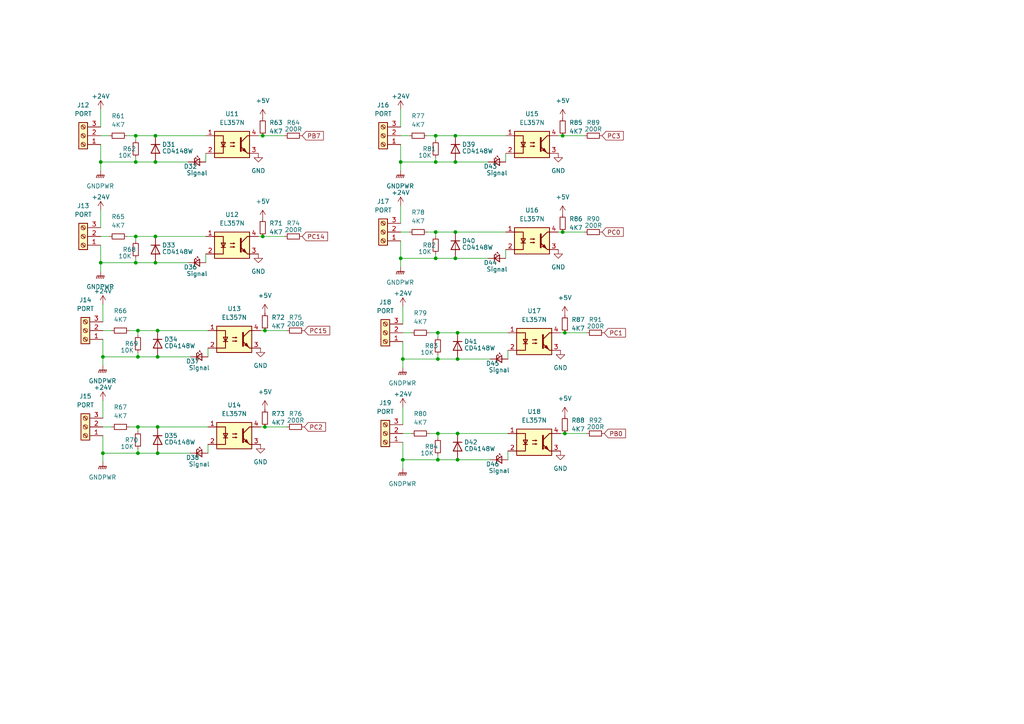
<source format=kicad_sch>
(kicad_sch (version 20211123) (generator eeschema)
  (paper "A4")
  (lib_symbols
    (symbol "Connector:Screw_Terminal_01x03" (pin_names (offset 1.016) hide)
      (property "Reference" "J" (at 0 5.08 0))
      (property "Value" "Screw_Terminal_01x03" (at 0 -5.08 0))
      (symbol "Screw_Terminal_01x03_1_1"
        (rectangle (start -1.27 3.81) (end 1.27 -3.81) (stroke (width 0.254)) (fill (type background)))
        (circle (center 0 -2.54) (radius 0.635) (stroke (width 0.1524)))
        (polyline (pts (xy -0.5334 -2.2098) (xy 0.3302 -3.048)) (stroke (width 0.1524)))
        (polyline (pts (xy -0.5334 0.3302) (xy 0.3302 -0.508)) (stroke (width 0.1524)))
        (polyline (pts (xy -0.5334 2.8702) (xy 0.3302 2.032)) (stroke (width 0.1524)))
        (polyline (pts (xy -0.3556 -2.032) (xy 0.508 -2.8702)) (stroke (width 0.1524)))
        (polyline (pts (xy -0.3556 0.508) (xy 0.508 -0.3302)) (stroke (width 0.1524)))
        (polyline (pts (xy -0.3556 3.048) (xy 0.508 2.2098)) (stroke (width 0.1524)))
        (circle (center 0 0) (radius 0.635) (stroke (width 0.1524)))
        (circle (center 0 2.54) (radius 0.635) (stroke (width 0.1524)))
        (pin passive line (at -5.08 2.54 0) (length 3.81) (name "Pin_1") (number "1"))
        (pin passive line (at -5.08 0 0) (length 3.81) (name "Pin_2") (number "2"))
        (pin passive line (at -5.08 -2.54 0) (length 3.81) (name "Pin_3") (number "3"))
      )
    )
    (symbol "Device:LED_Small" (pin_numbers hide) (pin_names (offset 0.254) hide)
      (property "Reference" "D" (at -1.27 3.175 0))
      (property "Value" "LED_Small" (at -4.445 -2.54 0))
      (symbol "LED_Small_0_1"
        (polyline (pts (xy -0.762 -1.016) (xy -0.762 1.016)) (stroke (width 0.254)))
        (polyline (pts (xy 1.016 0) (xy -0.762 0)))
        (polyline (pts (xy 0.762 -1.016) (xy -0.762 0) (xy 0.762 1.016) (xy 0.762 -1.016)) (stroke (width 0.254)))
        (polyline (pts (xy 0 0.762) (xy -0.508 1.27) (xy -0.254 1.27) (xy -0.508 1.27) (xy -0.508 1.016)))
        (polyline (pts (xy 0.508 1.27) (xy 0 1.778) (xy 0.254 1.778) (xy 0 1.778) (xy 0 1.524)))
      )
      (symbol "LED_Small_1_1"
        (pin passive line (at -2.54 0 0) (length 1.778) (name "K") (number "1"))
        (pin passive line (at 2.54 0 180) (length 1.778) (name "A") (number "2"))
      )
    )
    (symbol "Device:R_Small" (pin_numbers hide) (pin_names (offset 0.254) hide)
      (property "Reference" "R" (at 0.762 0.508 0))
      (property "Value" "R_Small" (at 0.762 -1.016 0))
      (symbol "R_Small_0_1"
        (rectangle (start -0.762 1.778) (end 0.762 -1.778) (stroke (width 0.2032)))
      )
      (symbol "R_Small_1_1"
        (pin passive line (at 0 2.54 270) (length 0.762) (name "~") (number "1"))
        (pin passive line (at 0 -2.54 90) (length 0.762) (name "~") (number "2"))
      )
    )
    (symbol "Diode:CD4148W" (pin_numbers hide) (pin_names (offset 1.016) hide)
      (property "Reference" "D" (at 0 2.54 0))
      (property "Value" "CD4148W" (at 0 -2.54 0))
      (symbol "CD4148W_0_1"
        (polyline (pts (xy -1.27 1.27) (xy -1.27 -1.27)) (stroke (width 0.254)))
        (polyline (pts (xy 1.27 0) (xy -1.27 0)))
        (polyline (pts (xy 1.27 1.27) (xy 1.27 -1.27) (xy -1.27 0) (xy 1.27 1.27)) (stroke (width 0.254)))
      )
      (symbol "CD4148W_1_1"
        (pin passive line (at -3.81 0 0) (length 2.54) (name "K") (number "1"))
        (pin passive line (at 3.81 0 180) (length 2.54) (name "A") (number "2"))
      )
    )
    (symbol "PolyuRobotics:EL357N"
      (property "Reference" "U" (at -3.81 5.08 0))
      (property "Value" "EL357N" (at 0 -5.08 0))
      (symbol "EL357N_0_1"
        (rectangle (start -5.08 3.81) (end 5.08 -3.81) (stroke (width 0.254)) (fill (type background)))
        (polyline (pts (xy -3.175 -0.635) (xy -1.905 -0.635)) (stroke (width 0.254)))
        (polyline (pts (xy 2.54 1.905) (xy 2.54 -1.905) (xy 2.54 -1.905)) (stroke (width 0.508)))
        (polyline (pts (xy 5.08 -2.54) (xy 4.445 -2.54) (xy 2.54 -0.635)) (stroke (width 0.254)))
        (polyline (pts (xy 5.08 2.54) (xy 4.445 2.54) (xy 2.54 0.635)) (stroke (width 0.254)))
        (polyline (pts (xy -5.08 -2.54) (xy -2.54 -2.54) (xy -2.54 2.54) (xy -5.08 2.54)) (stroke (width 0.254)))
        (polyline (pts (xy -2.54 -0.635) (xy -3.175 0.635) (xy -1.905 0.635) (xy -2.54 -0.635)) (stroke (width 0.254)))
        (polyline (pts (xy -0.508 -0.508) (xy 0.762 -0.508) (xy 0.381 -0.635) (xy 0.381 -0.381) (xy 0.762 -0.508)) (stroke (width 0.254)))
        (polyline (pts (xy -0.508 0.508) (xy 0.762 0.508) (xy 0.381 0.381) (xy 0.381 0.635) (xy 0.762 0.508)) (stroke (width 0.254)))
        (polyline (pts (xy 3.048 -1.651) (xy 3.556 -1.143) (xy 4.064 -2.159) (xy 3.048 -1.651) (xy 3.048 -1.651)) (stroke (width 0.254)) (fill (type outline)))
      )
      (symbol "EL357N_1_1"
        (pin passive line (at -7.62 2.54 0) (length 2.54) (name "~") (number "1"))
        (pin passive line (at -7.62 -2.54 0) (length 2.54) (name "~") (number "2"))
        (pin passive line (at 7.62 -2.54 180) (length 2.54) (name "~") (number "3"))
        (pin passive line (at 7.62 2.54 180) (length 2.54) (name "~") (number "4"))
      )
    )
    (symbol "power:+24V" (power) (pin_names (offset 0))
      (property "Value" "+24V" (at 0 3.556 0))
      (symbol "+24V_0_1"
        (polyline (pts (xy -0.762 1.27) (xy 0 2.54)))
        (polyline (pts (xy 0 0) (xy 0 2.54)))
        (polyline (pts (xy 0 2.54) (xy 0.762 1.27)))
      )
      (symbol "+24V_1_1"
        (pin power_in line (at 0 0 90) (length 0) hide (name "+24V") (number "1"))
      )
    )
    (symbol "power:+5V" (power) (pin_names (offset 0))
      (property "Value" "+5V" (at 0 3.556 0))
      (symbol "+5V_0_1"
        (polyline (pts (xy -0.762 1.27) (xy 0 2.54)))
        (polyline (pts (xy 0 0) (xy 0 2.54)))
        (polyline (pts (xy 0 2.54) (xy 0.762 1.27)))
      )
      (symbol "+5V_1_1"
        (pin power_in line (at 0 0 90) (length 0) hide (name "+5V") (number "1"))
      )
    )
    (symbol "power:GND" (power) (pin_names (offset 0))
      (property "Value" "GND" (at 0 -3.81 0))
      (symbol "GND_0_1"
        (polyline (pts (xy 0 0) (xy 0 -1.27) (xy 1.27 -1.27) (xy 0 -2.54) (xy -1.27 -1.27) (xy 0 -1.27)))
      )
      (symbol "GND_1_1"
        (pin power_in line (at 0 0 270) (length 0) hide (name "GND") (number "1"))
      )
    )
    (symbol "power:GNDPWR" (power) (pin_names (offset 0))
      (property "Value" "GNDPWR" (at 0 -3.302 0))
      (symbol "GNDPWR_0_1"
        (polyline (pts (xy 0 -1.27) (xy 0 0)))
        (polyline (pts (xy -1.016 -1.27) (xy -1.27 -2.032) (xy -1.27 -2.032)) (stroke (width 0.2032)))
        (polyline (pts (xy -0.508 -1.27) (xy -0.762 -2.032) (xy -0.762 -2.032)) (stroke (width 0.2032)))
        (polyline (pts (xy 0 -1.27) (xy -0.254 -2.032) (xy -0.254 -2.032)) (stroke (width 0.2032)))
        (polyline (pts (xy 0.508 -1.27) (xy 0.254 -2.032) (xy 0.254 -2.032)) (stroke (width 0.2032)))
        (polyline (pts (xy 1.016 -1.27) (xy -1.016 -1.27) (xy -1.016 -1.27)) (stroke (width 0.2032)))
        (polyline (pts (xy 1.016 -1.27) (xy 0.762 -2.032) (xy 0.762 -2.032) (xy 0.762 -2.032)) (stroke (width 0.2032)))
      )
      (symbol "GNDPWR_1_1"
        (pin power_in line (at 0 0 270) (length 0) hide (name "GNDPWR") (number "1"))
      )
    )
  )
  (junction (at 40.005 123.825))
  (junction (at 116.205 74.93))
  (junction (at 45.085 39.37))
  (junction (at 132.08 39.37))
  (junction (at 116.84 104.14))
  (junction (at 163.83 125.73))
  (junction (at 126.365 67.31))
  (junction (at 76.2 39.37))
  (junction (at 132.08 74.93))
  (junction (at 126.365 39.37))
  (junction (at 45.085 68.58))
  (junction (at 126.365 46.99))
  (junction (at 127 104.14))
  (junction (at 39.37 46.99))
  (junction (at 127 125.73))
  (junction (at 45.72 131.445))
  (junction (at 127 96.52))
  (junction (at 76.2 68.58))
  (junction (at 40.005 131.445))
  (junction (at 116.84 133.35))
  (junction (at 45.72 95.885))
  (junction (at 39.37 39.37))
  (junction (at 132.715 133.35))
  (junction (at 39.37 68.58))
  (junction (at 29.845 131.445))
  (junction (at 126.365 74.93))
  (junction (at 39.37 76.2))
  (junction (at 116.205 46.99))
  (junction (at 76.835 95.885))
  (junction (at 29.21 46.99))
  (junction (at 127 133.35))
  (junction (at 45.72 103.505))
  (junction (at 45.72 123.825))
  (junction (at 132.715 104.14))
  (junction (at 40.005 95.885))
  (junction (at 132.08 67.31))
  (junction (at 132.715 125.73))
  (junction (at 45.085 76.2))
  (junction (at 132.715 96.52))
  (junction (at 163.83 96.52))
  (junction (at 132.08 46.99))
  (junction (at 76.835 123.825))
  (junction (at 163.195 39.37))
  (junction (at 29.845 103.505))
  (junction (at 29.21 76.2))
  (junction (at 45.085 46.99))
  (junction (at 40.005 103.505))
  (junction (at 163.195 67.31))
  (wire (pts (xy 126.365 74.93) (xy 132.08 74.93)))
  (wire (pts (xy 163.83 96.52) (xy 170.18 96.52)))
  (wire (pts (xy 45.085 76.2) (xy 54.61 76.2)))
  (wire (pts (xy 29.845 126.365) (xy 29.845 131.445)))
  (wire (pts (xy 127 132.08) (xy 127 133.35)))
  (wire (pts (xy 76.835 95.885) (xy 83.185 95.885)))
  (wire (pts (xy 116.205 31.75) (xy 116.205 36.83)))
  (wire (pts (xy 75.565 123.825) (xy 76.835 123.825)))
  (wire (pts (xy 161.925 67.31) (xy 163.195 67.31)))
  (wire (pts (xy 147.32 133.35) (xy 147.32 130.81)))
  (wire (pts (xy 74.93 68.58) (xy 76.2 68.58)))
  (wire (pts (xy 60.325 123.825) (xy 45.72 123.825)))
  (wire (pts (xy 116.205 46.99) (xy 116.205 49.53)))
  (wire (pts (xy 116.84 133.35) (xy 116.84 135.89)))
  (wire (pts (xy 163.195 67.31) (xy 169.545 67.31)))
  (wire (pts (xy 29.845 116.205) (xy 29.845 121.285)))
  (wire (pts (xy 29.21 60.96) (xy 29.21 66.04)))
  (wire (pts (xy 39.37 74.93) (xy 39.37 76.2)))
  (wire (pts (xy 45.72 131.445) (xy 55.245 131.445)))
  (wire (pts (xy 116.84 118.11) (xy 116.84 123.19)))
  (wire (pts (xy 74.93 39.37) (xy 76.2 39.37)))
  (wire (pts (xy 29.21 68.58) (xy 31.75 68.58)))
  (wire (pts (xy 127 127) (xy 127 125.73)))
  (wire (pts (xy 29.845 123.825) (xy 32.385 123.825)))
  (wire (pts (xy 29.845 103.505) (xy 29.845 106.045)))
  (wire (pts (xy 76.2 39.37) (xy 82.55 39.37)))
  (wire (pts (xy 163.83 125.73) (xy 170.18 125.73)))
  (wire (pts (xy 39.37 46.99) (xy 45.085 46.99)))
  (wire (pts (xy 29.845 131.445) (xy 29.845 133.985)))
  (wire (pts (xy 37.465 123.825) (xy 40.005 123.825)))
  (wire (pts (xy 126.365 40.64) (xy 126.365 39.37)))
  (wire (pts (xy 59.69 68.58) (xy 45.085 68.58)))
  (wire (pts (xy 29.845 103.505) (xy 40.005 103.505)))
  (wire (pts (xy 60.325 95.885) (xy 45.72 95.885)))
  (wire (pts (xy 116.84 125.73) (xy 119.38 125.73)))
  (wire (pts (xy 116.205 74.93) (xy 116.205 77.47)))
  (wire (pts (xy 59.69 46.99) (xy 59.69 44.45)))
  (wire (pts (xy 59.69 76.2) (xy 59.69 73.66)))
  (wire (pts (xy 132.715 133.35) (xy 142.24 133.35)))
  (wire (pts (xy 29.21 76.2) (xy 39.37 76.2)))
  (wire (pts (xy 45.72 95.885) (xy 40.005 95.885)))
  (wire (pts (xy 59.69 39.37) (xy 45.085 39.37)))
  (wire (pts (xy 147.32 96.52) (xy 132.715 96.52)))
  (wire (pts (xy 40.005 97.155) (xy 40.005 95.885)))
  (wire (pts (xy 29.845 98.425) (xy 29.845 103.505)))
  (wire (pts (xy 29.21 39.37) (xy 31.75 39.37)))
  (wire (pts (xy 45.72 103.505) (xy 55.245 103.505)))
  (wire (pts (xy 29.845 88.265) (xy 29.845 93.345)))
  (wire (pts (xy 29.21 41.91) (xy 29.21 46.99)))
  (wire (pts (xy 161.925 39.37) (xy 163.195 39.37)))
  (wire (pts (xy 116.205 67.31) (xy 118.745 67.31)))
  (wire (pts (xy 127 97.79) (xy 127 96.52)))
  (wire (pts (xy 116.84 104.14) (xy 127 104.14)))
  (wire (pts (xy 29.21 76.2) (xy 29.21 78.74)))
  (wire (pts (xy 60.325 131.445) (xy 60.325 128.905)))
  (wire (pts (xy 29.21 71.12) (xy 29.21 76.2)))
  (wire (pts (xy 147.32 125.73) (xy 132.715 125.73)))
  (wire (pts (xy 116.205 41.91) (xy 116.205 46.99)))
  (wire (pts (xy 116.205 39.37) (xy 118.745 39.37)))
  (wire (pts (xy 146.685 39.37) (xy 132.08 39.37)))
  (wire (pts (xy 163.195 39.37) (xy 169.545 39.37)))
  (wire (pts (xy 127 102.87) (xy 127 104.14)))
  (wire (pts (xy 76.2 68.58) (xy 82.55 68.58)))
  (wire (pts (xy 39.37 76.2) (xy 45.085 76.2)))
  (wire (pts (xy 45.085 39.37) (xy 39.37 39.37)))
  (wire (pts (xy 45.085 68.58) (xy 39.37 68.58)))
  (wire (pts (xy 116.84 128.27) (xy 116.84 133.35)))
  (wire (pts (xy 146.685 67.31) (xy 132.08 67.31)))
  (wire (pts (xy 127 133.35) (xy 132.715 133.35)))
  (wire (pts (xy 127 104.14) (xy 132.715 104.14)))
  (wire (pts (xy 45.72 123.825) (xy 40.005 123.825)))
  (wire (pts (xy 40.005 103.505) (xy 45.72 103.505)))
  (wire (pts (xy 132.08 67.31) (xy 126.365 67.31)))
  (wire (pts (xy 116.84 88.9) (xy 116.84 93.98)))
  (wire (pts (xy 123.825 39.37) (xy 126.365 39.37)))
  (wire (pts (xy 124.46 125.73) (xy 127 125.73)))
  (wire (pts (xy 123.825 67.31) (xy 126.365 67.31)))
  (wire (pts (xy 116.84 104.14) (xy 116.84 106.68)))
  (wire (pts (xy 132.715 96.52) (xy 127 96.52)))
  (wire (pts (xy 39.37 40.64) (xy 39.37 39.37)))
  (wire (pts (xy 116.205 69.85) (xy 116.205 74.93)))
  (wire (pts (xy 116.205 46.99) (xy 126.365 46.99)))
  (wire (pts (xy 29.21 46.99) (xy 39.37 46.99)))
  (wire (pts (xy 29.21 31.75) (xy 29.21 36.83)))
  (wire (pts (xy 116.205 74.93) (xy 126.365 74.93)))
  (wire (pts (xy 162.56 125.73) (xy 163.83 125.73)))
  (wire (pts (xy 146.685 74.93) (xy 146.685 72.39)))
  (wire (pts (xy 40.005 125.095) (xy 40.005 123.825)))
  (wire (pts (xy 146.685 46.99) (xy 146.685 44.45)))
  (wire (pts (xy 116.84 99.06) (xy 116.84 104.14)))
  (wire (pts (xy 147.32 104.14) (xy 147.32 101.6)))
  (wire (pts (xy 132.715 104.14) (xy 142.24 104.14)))
  (wire (pts (xy 76.835 123.825) (xy 83.185 123.825)))
  (wire (pts (xy 132.08 74.93) (xy 141.605 74.93)))
  (wire (pts (xy 40.005 102.235) (xy 40.005 103.505)))
  (wire (pts (xy 132.715 125.73) (xy 127 125.73)))
  (wire (pts (xy 126.365 73.66) (xy 126.365 74.93)))
  (wire (pts (xy 60.325 103.505) (xy 60.325 100.965)))
  (wire (pts (xy 116.84 96.52) (xy 119.38 96.52)))
  (wire (pts (xy 29.845 131.445) (xy 40.005 131.445)))
  (wire (pts (xy 36.83 68.58) (xy 39.37 68.58)))
  (wire (pts (xy 126.365 46.99) (xy 132.08 46.99)))
  (wire (pts (xy 116.84 133.35) (xy 127 133.35)))
  (wire (pts (xy 39.37 69.85) (xy 39.37 68.58)))
  (wire (pts (xy 40.005 130.175) (xy 40.005 131.445)))
  (wire (pts (xy 75.565 95.885) (xy 76.835 95.885)))
  (wire (pts (xy 162.56 96.52) (xy 163.83 96.52)))
  (wire (pts (xy 39.37 45.72) (xy 39.37 46.99)))
  (wire (pts (xy 116.205 59.69) (xy 116.205 64.77)))
  (wire (pts (xy 126.365 45.72) (xy 126.365 46.99)))
  (wire (pts (xy 40.005 131.445) (xy 45.72 131.445)))
  (wire (pts (xy 45.085 46.99) (xy 54.61 46.99)))
  (wire (pts (xy 132.08 46.99) (xy 141.605 46.99)))
  (wire (pts (xy 126.365 68.58) (xy 126.365 67.31)))
  (wire (pts (xy 37.465 95.885) (xy 40.005 95.885)))
  (wire (pts (xy 29.21 46.99) (xy 29.21 49.53)))
  (wire (pts (xy 29.845 95.885) (xy 32.385 95.885)))
  (wire (pts (xy 132.08 39.37) (xy 126.365 39.37)))
  (wire (pts (xy 124.46 96.52) (xy 127 96.52)))
  (wire (pts (xy 36.83 39.37) (xy 39.37 39.37)))
  (global_label "PC3" (shape input) (at 174.625 39.37 0) (property "Intersheet References" "${INTERSHEET_REFS}" (effects hide)))
  (global_label "PB0" (shape input) (at 175.26 125.73 0) (property "Intersheet References" "${INTERSHEET_REFS}" (effects hide)))
  (global_label "PC1" (shape input) (at 175.26 96.52 0) (property "Intersheet References" "${INTERSHEET_REFS}" (effects hide)))
  (global_label "PC0" (shape input) (at 174.625 67.31 0) (property "Intersheet References" "${INTERSHEET_REFS}" (effects hide)))
  (global_label "PC15" (shape input) (at 88.265 95.885 0) (property "Intersheet References" "${INTERSHEET_REFS}" (effects hide)))
  (global_label "PB7" (shape input) (at 87.63 39.37 0) (property "Intersheet References" "${INTERSHEET_REFS}" (effects hide)))
  (global_label "PC2" (shape input) (at 88.265 123.825 0) (property "Intersheet References" "${INTERSHEET_REFS}" (effects hide)))
  (global_label "PC14" (shape input) (at 87.63 68.58 0) (property "Intersheet References" "${INTERSHEET_REFS}" (effects hide)))
  (symbol (lib_id "Device:R_Small") (at 85.09 39.37 90) (unit 1)
    (property "Reference" "R64" (at 85.09 35.56 90))
    (property "Value" "200R" (at 85.09 37.465 90))
    (property "Footprint" "Resistor_SMD:R_0805_2012Metric_Pad1.20x1.40mm_HandSolder" (effects hide))
  )
  (symbol (lib_id "power:+24V") (at 29.21 31.75 0) (unit 1)
    (property "Reference" "#PWR0154" (effects hide))
    (property "Value" "+24V" (at 29.21 27.94 0))
  )
  (symbol (lib_id "power:+5V") (at 163.195 34.29 0) (unit 1)
    (property "Reference" "#PWR0177" (effects hide))
    (property "Value" "+5V" (at 163.195 29.21 0))
  )
  (symbol (lib_id "power:+5V") (at 163.195 62.23 0) (unit 1)
    (property "Reference" "#PWR0176" (effects hide))
    (property "Value" "+5V" (at 163.195 57.15 0))
  )
  (symbol (lib_id "Device:LED_Small") (at 57.785 131.445 0) (unit 1)
    (property "Reference" "D38" (at 55.88 132.715 0))
    (property "Value" "Signal" (at 57.785 134.62 0))
    (property "Footprint" "LED_SMD:LED_0805_2012Metric_Pad1.15x1.40mm_HandSolder" (effects hide))
  )
  (symbol (lib_id "Diode:CD4148W") (at 45.085 43.18 270) (unit 1)
    (property "Reference" "D31" (at 46.99 41.91 90) (effects (justify left)))
    (property "Value" "CD4148W" (at 46.99 43.815 90) (effects (justify left)))
    (property "Footprint" "Diode_SMD:D_1206_3216Metric" (effects hide))
    (property "Datasheet" "https://www.dccomponents.com/upload/product/original/806236332588.pdf" (effects hide))
  )
  (symbol (lib_id "Connector:Screw_Terminal_01x03") (at 111.125 39.37 180) (unit 1)
    (property "Reference" "J16" (at 111.125 30.48 0))
    (property "Value" "PORT" (at 111.125 33.02 0))
    (property "Footprint" "TerminalBlock_Phoenix:TerminalBlock_Phoenix_PT-1,5-3-3.5-H_1x03_P3.50mm_Horizontal" (effects hide))
  )
  (symbol (lib_id "Device:R_Small") (at 40.005 127.635 0) (unit 1)
    (property "Reference" "R70" (at 36.195 127.635 0) (effects (justify left)))
    (property "Value" "10K" (at 34.925 129.54 0) (effects (justify left)))
    (property "Footprint" "Resistor_SMD:R_0805_2012Metric_Pad1.20x1.40mm_HandSolder" (effects hide))
  )
  (symbol (lib_id "Device:R_Small") (at 172.085 67.31 90) (unit 1)
    (property "Reference" "R90" (at 172.085 63.5 90))
    (property "Value" "200R" (at 172.085 65.405 90))
    (property "Footprint" "Resistor_SMD:R_0805_2012Metric_Pad1.20x1.40mm_HandSolder" (effects hide))
  )
  (symbol (lib_id "power:GND") (at 75.565 128.905 0) (unit 1)
    (property "Reference" "#PWR0171" (effects hide))
    (property "Value" "~" (at 75.565 133.985 0))
  )
  (symbol (lib_id "Connector:Screw_Terminal_01x03") (at 24.13 68.58 180) (unit 1)
    (property "Reference" "J13" (at 24.13 59.69 0))
    (property "Value" "PORT" (at 24.13 62.23 0))
    (property "Footprint" "TerminalBlock_Phoenix:TerminalBlock_Phoenix_PT-1,5-3-3.5-H_1x03_P3.50mm_Horizontal" (effects hide))
  )
  (symbol (lib_id "Device:R_Small") (at 163.195 36.83 0) (unit 1)
    (property "Reference" "R85" (at 165.1 35.5599 0) (effects (justify left)))
    (property "Value" "4K7" (at 165.1 38.0999 0) (effects (justify left)))
    (property "Footprint" "Resistor_SMD:R_0805_2012Metric_Pad1.20x1.40mm_HandSolder" (effects hide))
  )
  (symbol (lib_id "Connector:Screw_Terminal_01x03") (at 24.13 39.37 180) (unit 1)
    (property "Reference" "J12" (at 24.13 30.48 0))
    (property "Value" "PORT" (at 24.13 33.02 0))
    (property "Footprint" "TerminalBlock_Phoenix:TerminalBlock_Phoenix_PT-1,5-3-3.5-H_1x03_P3.50mm_Horizontal" (effects hide))
  )
  (symbol (lib_id "Device:R_Small") (at 76.835 121.285 0) (unit 1)
    (property "Reference" "R73" (at 78.74 120.0149 0) (effects (justify left)))
    (property "Value" "4K7" (at 78.74 122.5549 0) (effects (justify left)))
    (property "Footprint" "Resistor_SMD:R_0805_2012Metric_Pad1.20x1.40mm_HandSolder" (effects hide))
  )
  (symbol (lib_id "Device:R_Small") (at 163.195 64.77 0) (unit 1)
    (property "Reference" "R86" (at 165.1 63.4999 0) (effects (justify left)))
    (property "Value" "4K7" (at 165.1 66.0399 0) (effects (justify left)))
    (property "Footprint" "Resistor_SMD:R_0805_2012Metric_Pad1.20x1.40mm_HandSolder" (effects hide))
  )
  (symbol (lib_id "Connector:Screw_Terminal_01x03") (at 111.76 96.52 180) (unit 1)
    (property "Reference" "J18" (at 111.76 87.63 0))
    (property "Value" "PORT" (at 111.76 90.17 0))
    (property "Footprint" "TerminalBlock_Phoenix:TerminalBlock_Phoenix_PT-1,5-3-3.5-H_1x03_P3.50mm_Horizontal" (effects hide))
  )
  (symbol (lib_id "power:+5V") (at 76.835 90.805 0) (unit 1)
    (property "Reference" "#PWR0162" (effects hide))
    (property "Value" "+5V" (at 76.835 85.725 0))
  )
  (symbol (lib_id "Device:R_Small") (at 34.925 123.825 90) (unit 1)
    (property "Reference" "R67" (at 34.925 118.11 90))
    (property "Value" "4K7" (at 34.925 120.65 90))
    (property "Footprint" "Resistor_SMD:R_0805_2012Metric_Pad1.20x1.40mm_HandSolder" (effects hide))
  )
  (symbol (lib_id "power:GND") (at 162.56 130.81 0) (unit 1)
    (property "Reference" "#PWR0180" (effects hide))
    (property "Value" "~" (at 162.56 135.89 0))
  )
  (symbol (lib_id "Diode:CD4148W") (at 132.08 43.18 270) (unit 1)
    (property "Reference" "D39" (at 133.985 41.91 90) (effects (justify left)))
    (property "Value" "CD4148W" (at 133.985 43.815 90) (effects (justify left)))
    (property "Footprint" "Diode_SMD:D_1206_3216Metric" (effects hide))
    (property "Datasheet" "https://www.dccomponents.com/upload/product/original/806236332588.pdf" (effects hide))
  )
  (symbol (lib_id "Device:R_Small") (at 172.72 96.52 90) (unit 1)
    (property "Reference" "R91" (at 172.72 92.71 90))
    (property "Value" "200R" (at 172.72 94.615 90))
    (property "Footprint" "Resistor_SMD:R_0805_2012Metric_Pad1.20x1.40mm_HandSolder" (effects hide))
  )
  (symbol (lib_id "power:GND") (at 161.925 72.39 0) (unit 1)
    (property "Reference" "#PWR0179" (effects hide))
    (property "Value" "~" (at 161.925 77.47 0))
  )
  (symbol (lib_id "Device:LED_Small") (at 57.15 46.99 0) (unit 1)
    (property "Reference" "D32" (at 55.245 48.26 0))
    (property "Value" "Signal" (at 57.15 50.165 0))
    (property "Footprint" "LED_SMD:LED_0805_2012Metric_Pad1.15x1.40mm_HandSolder" (effects hide))
  )
  (symbol (lib_id "Device:R_Small") (at 121.285 67.31 90) (unit 1)
    (property "Reference" "R78" (at 121.285 61.595 90))
    (property "Value" "4K7" (at 121.285 64.135 90))
    (property "Footprint" "Resistor_SMD:R_0805_2012Metric_Pad1.20x1.40mm_HandSolder" (effects hide))
  )
  (symbol (lib_id "Diode:CD4148W") (at 132.715 100.33 270) (unit 1)
    (property "Reference" "D41" (at 134.62 99.06 90) (effects (justify left)))
    (property "Value" "CD4148W" (at 134.62 100.965 90) (effects (justify left)))
    (property "Footprint" "Diode_SMD:D_1206_3216Metric" (effects hide))
    (property "Datasheet" "https://www.dccomponents.com/upload/product/original/806236332588.pdf" (effects hide))
  )
  (symbol (lib_id "Device:R_Small") (at 163.83 93.98 0) (unit 1)
    (property "Reference" "R87" (at 165.735 92.7099 0) (effects (justify left)))
    (property "Value" "4K7" (at 165.735 95.2499 0) (effects (justify left)))
    (property "Footprint" "Resistor_SMD:R_0805_2012Metric_Pad1.20x1.40mm_HandSolder" (effects hide))
  )
  (symbol (lib_id "power:GND") (at 74.93 44.45 0) (unit 1)
    (property "Reference" "#PWR0153" (effects hide))
    (property "Value" "~" (at 74.93 49.53 0))
  )
  (symbol (lib_id "Device:R_Small") (at 172.72 125.73 90) (unit 1)
    (property "Reference" "R92" (at 172.72 121.92 90))
    (property "Value" "200R" (at 172.72 123.825 90))
    (property "Footprint" "Resistor_SMD:R_0805_2012Metric_Pad1.20x1.40mm_HandSolder" (effects hide))
  )
  (symbol (lib_id "Device:R_Small") (at 39.37 72.39 0) (unit 1)
    (property "Reference" "R68" (at 35.56 72.39 0) (effects (justify left)))
    (property "Value" "10K" (at 34.29 74.295 0) (effects (justify left)))
    (property "Footprint" "Resistor_SMD:R_0805_2012Metric_Pad1.20x1.40mm_HandSolder" (effects hide))
  )
  (symbol (lib_id "power:GND") (at 75.565 100.965 0) (unit 1)
    (property "Reference" "#PWR0175" (effects hide))
    (property "Value" "~" (at 75.565 106.045 0))
  )
  (symbol (lib_id "power:GNDPWR") (at 29.21 49.53 0) (unit 1)
    (property "Reference" "#PWR0155" (effects hide))
    (property "Value" "~" (at 29.083 53.975 0))
  )
  (symbol (lib_id "Device:R_Small") (at 127 100.33 0) (unit 1)
    (property "Reference" "R83" (at 123.19 100.33 0) (effects (justify left)))
    (property "Value" "10K" (at 121.92 102.235 0) (effects (justify left)))
    (property "Footprint" "Resistor_SMD:R_0805_2012Metric_Pad1.20x1.40mm_HandSolder" (effects hide))
  )
  (symbol (lib_id "Device:R_Small") (at 76.2 36.83 0) (unit 1)
    (property "Reference" "R63" (at 78.105 35.5599 0) (effects (justify left)))
    (property "Value" "4K7" (at 78.105 38.0999 0) (effects (justify left)))
    (property "Footprint" "Resistor_SMD:R_0805_2012Metric_Pad1.20x1.40mm_HandSolder" (effects hide))
  )
  (symbol (lib_id "Diode:CD4148W") (at 132.08 71.12 270) (unit 1)
    (property "Reference" "D40" (at 133.985 69.85 90) (effects (justify left)))
    (property "Value" "CD4148W" (at 133.985 71.755 90) (effects (justify left)))
    (property "Footprint" "Diode_SMD:D_1206_3216Metric" (effects hide))
    (property "Datasheet" "https://www.dccomponents.com/upload/product/original/806236332588.pdf" (effects hide))
  )
  (symbol (lib_id "Device:LED_Small") (at 144.78 133.35 0) (unit 1)
    (property "Reference" "D46" (at 142.875 134.62 0))
    (property "Value" "Signal" (at 144.78 136.525 0))
    (property "Footprint" "LED_SMD:LED_0805_2012Metric_Pad1.15x1.40mm_HandSolder" (effects hide))
  )
  (symbol (lib_id "Device:LED_Small") (at 144.145 46.99 0) (unit 1)
    (property "Reference" "D43" (at 142.24 48.26 0))
    (property "Value" "Signal" (at 144.145 50.165 0))
    (property "Footprint" "LED_SMD:LED_0805_2012Metric_Pad1.15x1.40mm_HandSolder" (effects hide))
  )
  (symbol (lib_id "Device:R_Small") (at 39.37 43.18 0) (unit 1)
    (property "Reference" "R62" (at 35.56 43.18 0) (effects (justify left)))
    (property "Value" "10K" (at 34.29 45.085 0) (effects (justify left)))
    (property "Footprint" "Resistor_SMD:R_0805_2012Metric_Pad1.20x1.40mm_HandSolder" (effects hide))
  )
  (symbol (lib_id "Device:LED_Small") (at 57.15 76.2 0) (unit 1)
    (property "Reference" "D36" (at 55.245 77.47 0))
    (property "Value" "Signal" (at 57.15 79.375 0))
    (property "Footprint" "LED_SMD:LED_0805_2012Metric_Pad1.15x1.40mm_HandSolder" (effects hide))
  )
  (symbol (lib_id "power:GND") (at 74.93 73.66 0) (unit 1)
    (property "Reference" "#PWR0163" (effects hide))
    (property "Value" "~" (at 74.93 78.74 0))
  )
  (symbol (lib_id "PolyuRobotics:EL357N") (at 67.31 41.91 0) (unit 1)
    (property "Reference" "U11" (at 67.31 33.02 0))
    (property "Value" "EL357N" (at 67.31 35.56 0))
    (property "Footprint" "PolyuRobotics:EL357N" (effects hide))
  )
  (symbol (lib_id "Device:R_Small") (at 76.835 93.345 0) (unit 1)
    (property "Reference" "R72" (at 78.74 92.0749 0) (effects (justify left)))
    (property "Value" "4K7" (at 78.74 94.6149 0) (effects (justify left)))
    (property "Footprint" "Resistor_SMD:R_0805_2012Metric_Pad1.20x1.40mm_HandSolder" (effects hide))
  )
  (symbol (lib_id "Device:R_Small") (at 40.005 99.695 0) (unit 1)
    (property "Reference" "R69" (at 36.195 99.695 0) (effects (justify left)))
    (property "Value" "10K" (at 34.925 101.6 0) (effects (justify left)))
    (property "Footprint" "Resistor_SMD:R_0805_2012Metric_Pad1.20x1.40mm_HandSolder" (effects hide))
  )
  (symbol (lib_id "Device:R_Small") (at 34.925 95.885 90) (unit 1)
    (property "Reference" "R66" (at 34.925 90.17 90))
    (property "Value" "4K7" (at 34.925 92.71 90))
    (property "Footprint" "Resistor_SMD:R_0805_2012Metric_Pad1.20x1.40mm_HandSolder" (effects hide))
  )
  (symbol (lib_id "power:+24V") (at 29.21 60.96 0) (unit 1)
    (property "Reference" "#PWR0169" (effects hide))
    (property "Value" "+24V" (at 29.21 57.15 0))
  )
  (symbol (lib_id "power:+5V") (at 76.2 34.29 0) (unit 1)
    (property "Reference" "#PWR0152" (effects hide))
    (property "Value" "+5V" (at 76.2 29.21 0))
  )
  (symbol (lib_id "Device:R_Small") (at 34.29 39.37 90) (unit 1)
    (property "Reference" "R61" (at 34.29 33.655 90))
    (property "Value" "4K7" (at 34.29 36.195 90))
    (property "Footprint" "Resistor_SMD:R_0805_2012Metric_Pad1.20x1.40mm_HandSolder" (effects hide))
  )
  (symbol (lib_id "Diode:CD4148W") (at 45.72 99.695 270) (unit 1)
    (property "Reference" "D34" (at 47.625 98.425 90) (effects (justify left)))
    (property "Value" "CD4148W" (at 47.625 100.33 90) (effects (justify left)))
    (property "Footprint" "Diode_SMD:D_1206_3216Metric" (effects hide))
    (property "Datasheet" "https://www.dccomponents.com/upload/product/original/806236332588.pdf" (effects hide))
  )
  (symbol (lib_id "power:+24V") (at 29.845 88.265 0) (unit 1)
    (property "Reference" "#PWR0167" (effects hide))
    (property "Value" "+24V" (at 29.845 84.455 0))
  )
  (symbol (lib_id "power:GNDPWR") (at 116.205 49.53 0) (unit 1)
    (property "Reference" "#PWR0159" (effects hide))
    (property "Value" "~" (at 116.078 53.975 0))
  )
  (symbol (lib_id "power:+5V") (at 76.835 118.745 0) (unit 1)
    (property "Reference" "#PWR0174" (effects hide))
    (property "Value" "+5V" (at 76.835 113.665 0))
  )
  (symbol (lib_id "power:+24V") (at 116.84 88.9 0) (unit 1)
    (property "Reference" "#PWR0158" (effects hide))
    (property "Value" "+24V" (at 116.84 85.09 0))
  )
  (symbol (lib_id "power:+5V") (at 163.83 91.44 0) (unit 1)
    (property "Reference" "#PWR0183" (effects hide))
    (property "Value" "+5V" (at 163.83 86.36 0))
  )
  (symbol (lib_id "Connector:Screw_Terminal_01x03") (at 24.765 95.885 180) (unit 1)
    (property "Reference" "J14" (at 24.765 86.995 0))
    (property "Value" "PORT" (at 24.765 89.535 0))
    (property "Footprint" "TerminalBlock_Phoenix:TerminalBlock_Phoenix_PT-1,5-3-3.5-H_1x03_P3.50mm_Horizontal" (effects hide))
  )
  (symbol (lib_id "Device:R_Small") (at 127 129.54 0) (unit 1)
    (property "Reference" "R84" (at 123.19 129.54 0) (effects (justify left)))
    (property "Value" "10K" (at 121.92 131.445 0) (effects (justify left)))
    (property "Footprint" "Resistor_SMD:R_0805_2012Metric_Pad1.20x1.40mm_HandSolder" (effects hide))
  )
  (symbol (lib_id "power:+24V") (at 29.845 116.205 0) (unit 1)
    (property "Reference" "#PWR0172" (effects hide))
    (property "Value" "+24V" (at 29.845 112.395 0))
  )
  (symbol (lib_id "PolyuRobotics:EL357N") (at 67.945 126.365 0) (unit 1)
    (property "Reference" "U14" (at 67.945 117.475 0))
    (property "Value" "EL357N" (at 67.945 120.015 0))
    (property "Footprint" "PolyuRobotics:EL357N" (effects hide))
  )
  (symbol (lib_id "power:GND") (at 162.56 101.6 0) (unit 1)
    (property "Reference" "#PWR0184" (effects hide))
    (property "Value" "~" (at 162.56 106.68 0))
  )
  (symbol (lib_id "Device:LED_Small") (at 57.785 103.505 0) (unit 1)
    (property "Reference" "D37" (at 55.88 104.775 0))
    (property "Value" "Signal" (at 57.785 106.68 0))
    (property "Footprint" "LED_SMD:LED_0805_2012Metric_Pad1.15x1.40mm_HandSolder" (effects hide))
  )
  (symbol (lib_id "PolyuRobotics:EL357N") (at 154.94 99.06 0) (unit 1)
    (property "Reference" "U17" (at 154.94 90.17 0))
    (property "Value" "EL357N" (at 154.94 92.71 0))
    (property "Footprint" "PolyuRobotics:EL357N" (effects hide))
  )
  (symbol (lib_id "Diode:CD4148W") (at 132.715 129.54 270) (unit 1)
    (property "Reference" "D42" (at 134.62 128.27 90) (effects (justify left)))
    (property "Value" "CD4148W" (at 134.62 130.175 90) (effects (justify left)))
    (property "Footprint" "Diode_SMD:D_1206_3216Metric" (effects hide))
    (property "Datasheet" "https://www.dccomponents.com/upload/product/original/806236332588.pdf" (effects hide))
  )
  (symbol (lib_id "Device:R_Small") (at 76.2 66.04 0) (unit 1)
    (property "Reference" "R71" (at 78.105 64.7699 0) (effects (justify left)))
    (property "Value" "4K7" (at 78.105 67.3099 0) (effects (justify left)))
    (property "Footprint" "Resistor_SMD:R_0805_2012Metric_Pad1.20x1.40mm_HandSolder" (effects hide))
  )
  (symbol (lib_id "PolyuRobotics:EL357N") (at 154.94 128.27 0) (unit 1)
    (property "Reference" "U18" (at 154.94 119.38 0))
    (property "Value" "EL357N" (at 154.94 121.92 0))
    (property "Footprint" "PolyuRobotics:EL357N" (effects hide))
  )
  (symbol (lib_id "PolyuRobotics:EL357N") (at 67.945 98.425 0) (unit 1)
    (property "Reference" "U13" (at 67.945 89.535 0))
    (property "Value" "EL357N" (at 67.945 92.075 0))
    (property "Footprint" "PolyuRobotics:EL357N" (effects hide))
  )
  (symbol (lib_id "power:GNDPWR") (at 29.845 106.045 0) (unit 1)
    (property "Reference" "#PWR0173" (effects hide))
    (property "Value" "~" (at 29.718 110.49 0))
  )
  (symbol (lib_id "Diode:CD4148W") (at 45.72 127.635 270) (unit 1)
    (property "Reference" "D35" (at 47.625 126.365 90) (effects (justify left)))
    (property "Value" "CD4148W" (at 47.625 128.27 90) (effects (justify left)))
    (property "Footprint" "Diode_SMD:D_1206_3216Metric" (effects hide))
    (property "Datasheet" "https://www.dccomponents.com/upload/product/original/806236332588.pdf" (effects hide))
  )
  (symbol (lib_id "Device:LED_Small") (at 144.78 104.14 0) (unit 1)
    (property "Reference" "D45" (at 142.875 105.41 0))
    (property "Value" "Signal" (at 144.78 107.315 0))
    (property "Footprint" "LED_SMD:LED_0805_2012Metric_Pad1.15x1.40mm_HandSolder" (effects hide))
  )
  (symbol (lib_id "power:GND") (at 161.925 44.45 0) (unit 1)
    (property "Reference" "#PWR0178" (effects hide))
    (property "Value" "~" (at 161.925 49.53 0))
  )
  (symbol (lib_id "power:+5V") (at 163.83 120.65 0) (unit 1)
    (property "Reference" "#PWR0185" (effects hide))
    (property "Value" "+5V" (at 163.83 115.57 0))
  )
  (symbol (lib_id "Device:R_Small") (at 121.285 39.37 90) (unit 1)
    (property "Reference" "R77" (at 121.285 33.655 90))
    (property "Value" "4K7" (at 121.285 36.195 90))
    (property "Footprint" "Resistor_SMD:R_0805_2012Metric_Pad1.20x1.40mm_HandSolder" (effects hide))
  )
  (symbol (lib_id "power:GNDPWR") (at 29.845 133.985 0) (unit 1)
    (property "Reference" "#PWR0170" (effects hide))
    (property "Value" "~" (at 29.718 138.43 0))
  )
  (symbol (lib_id "Device:R_Small") (at 126.365 71.12 0) (unit 1)
    (property "Reference" "R82" (at 122.555 71.12 0) (effects (justify left)))
    (property "Value" "10K" (at 121.285 73.025 0) (effects (justify left)))
    (property "Footprint" "Resistor_SMD:R_0805_2012Metric_Pad1.20x1.40mm_HandSolder" (effects hide))
  )
  (symbol (lib_id "power:+24V") (at 116.205 31.75 0) (unit 1)
    (property "Reference" "#PWR0161" (effects hide))
    (property "Value" "+24V" (at 116.205 27.94 0))
  )
  (symbol (lib_id "power:GNDPWR") (at 116.84 106.68 0) (unit 1)
    (property "Reference" "#PWR0166" (effects hide))
    (property "Value" "~" (at 116.713 111.125 0))
  )
  (symbol (lib_id "power:GNDPWR") (at 116.205 77.47 0) (unit 1)
    (property "Reference" "#PWR0157" (effects hide))
    (property "Value" "~" (at 116.078 81.915 0))
  )
  (symbol (lib_id "Connector:Screw_Terminal_01x03") (at 111.125 67.31 180) (unit 1)
    (property "Reference" "J17" (at 111.125 58.42 0))
    (property "Value" "PORT" (at 111.125 60.96 0))
    (property "Footprint" "TerminalBlock_Phoenix:TerminalBlock_Phoenix_PT-1,5-3-3.5-H_1x03_P3.50mm_Horizontal" (effects hide))
  )
  (symbol (lib_id "power:+5V") (at 76.2 63.5 0) (unit 1)
    (property "Reference" "#PWR0160" (effects hide))
    (property "Value" "+5V" (at 76.2 58.42 0))
  )
  (symbol (lib_id "power:GNDPWR") (at 29.21 78.74 0) (unit 1)
    (property "Reference" "#PWR0168" (effects hide))
    (property "Value" "~" (at 29.083 83.185 0))
  )
  (symbol (lib_id "Device:LED_Small") (at 144.145 74.93 0) (unit 1)
    (property "Reference" "D44" (at 142.24 76.2 0))
    (property "Value" "Signal" (at 144.145 78.105 0))
    (property "Footprint" "LED_SMD:LED_0805_2012Metric_Pad1.15x1.40mm_HandSolder" (effects hide))
  )
  (symbol (lib_id "Device:R_Small") (at 172.085 39.37 90) (unit 1)
    (property "Reference" "R89" (at 172.085 35.56 90))
    (property "Value" "200R" (at 172.085 37.465 90))
    (property "Footprint" "Resistor_SMD:R_0805_2012Metric_Pad1.20x1.40mm_HandSolder" (effects hide))
  )
  (symbol (lib_id "Connector:Screw_Terminal_01x03") (at 111.76 125.73 180) (unit 1)
    (property "Reference" "J19" (at 111.76 116.84 0))
    (property "Value" "PORT" (at 111.76 119.38 0))
    (property "Footprint" "TerminalBlock_Phoenix:TerminalBlock_Phoenix_PT-1,5-3-3.5-H_1x03_P3.50mm_Horizontal" (effects hide))
  )
  (symbol (lib_id "Device:R_Small") (at 126.365 43.18 0) (unit 1)
    (property "Reference" "R81" (at 122.555 43.18 0) (effects (justify left)))
    (property "Value" "10K" (at 121.285 45.085 0) (effects (justify left)))
    (property "Footprint" "Resistor_SMD:R_0805_2012Metric_Pad1.20x1.40mm_HandSolder" (effects hide))
  )
  (symbol (lib_id "Device:R_Small") (at 34.29 68.58 90) (unit 1)
    (property "Reference" "R65" (at 34.29 62.865 90))
    (property "Value" "4K7" (at 34.29 65.405 90))
    (property "Footprint" "Resistor_SMD:R_0805_2012Metric_Pad1.20x1.40mm_HandSolder" (effects hide))
  )
  (symbol (lib_id "Connector:Screw_Terminal_01x03") (at 24.765 123.825 180) (unit 1)
    (property "Reference" "J15" (at 24.765 114.935 0))
    (property "Value" "PORT" (at 24.765 117.475 0))
    (property "Footprint" "TerminalBlock_Phoenix:TerminalBlock_Phoenix_PT-1,5-3-3.5-H_1x03_P3.50mm_Horizontal" (effects hide))
  )
  (symbol (lib_id "PolyuRobotics:EL357N") (at 154.305 69.85 0) (unit 1)
    (property "Reference" "U16" (at 154.305 60.96 0))
    (property "Value" "EL357N" (at 154.305 63.5 0))
    (property "Footprint" "PolyuRobotics:EL357N" (effects hide))
  )
  (symbol (lib_id "PolyuRobotics:EL357N") (at 154.305 41.91 0) (unit 1)
    (property "Reference" "U15" (at 154.305 33.02 0))
    (property "Value" "EL357N" (at 154.305 35.56 0))
    (property "Footprint" "PolyuRobotics:EL357N" (effects hide))
  )
  (symbol (lib_id "Device:R_Small") (at 163.83 123.19 0) (unit 1)
    (property "Reference" "R88" (at 165.735 121.9199 0) (effects (justify left)))
    (property "Value" "4K7" (at 165.735 124.4599 0) (effects (justify left)))
    (property "Footprint" "Resistor_SMD:R_0805_2012Metric_Pad1.20x1.40mm_HandSolder" (effects hide))
  )
  (symbol (lib_id "power:+24V") (at 116.84 118.11 0) (unit 1)
    (property "Reference" "#PWR0165" (effects hide))
    (property "Value" "+24V" (at 116.84 114.3 0))
  )
  (symbol (lib_id "PolyuRobotics:EL357N") (at 67.31 71.12 0) (unit 1)
    (property "Reference" "U12" (at 67.31 62.23 0))
    (property "Value" "EL357N" (at 67.31 64.77 0))
    (property "Footprint" "PolyuRobotics:EL357N" (effects hide))
  )
  (symbol (lib_id "Device:R_Small") (at 85.725 95.885 90) (unit 1)
    (property "Reference" "R75" (at 85.725 92.075 90))
    (property "Value" "200R" (at 85.725 93.98 90))
    (property "Footprint" "Resistor_SMD:R_0805_2012Metric_Pad1.20x1.40mm_HandSolder" (effects hide))
  )
  (symbol (lib_id "power:+24V") (at 116.205 59.69 0) (unit 1)
    (property "Reference" "#PWR0156" (effects hide))
    (property "Value" "+24V" (at 116.205 55.88 0))
  )
  (symbol (lib_id "Device:R_Small") (at 85.09 68.58 90) (unit 1)
    (property "Reference" "R74" (at 85.09 64.77 90))
    (property "Value" "200R" (at 85.09 66.675 90))
    (property "Footprint" "Resistor_SMD:R_0805_2012Metric_Pad1.20x1.40mm_HandSolder" (effects hide))
  )
  (symbol (lib_id "power:GNDPWR") (at 116.84 135.89 0) (unit 1)
    (property "Reference" "#PWR0164" (effects hide))
    (property "Value" "~" (at 116.713 140.335 0))
  )
  (symbol (lib_id "Diode:CD4148W") (at 45.085 72.39 270) (unit 1)
    (property "Reference" "D33" (at 46.99 71.12 90) (effects (justify left)))
    (property "Value" "CD4148W" (at 46.99 73.025 90) (effects (justify left)))
    (property "Footprint" "Diode_SMD:D_1206_3216Metric" (effects hide))
    (property "Datasheet" "https://www.dccomponents.com/upload/product/original/806236332588.pdf" (effects hide))
  )
  (symbol (lib_id "Device:R_Small") (at 85.725 123.825 90) (unit 1)
    (property "Reference" "R76" (at 85.725 120.015 90))
    (property "Value" "200R" (at 85.725 121.92 90))
    (property "Footprint" "Resistor_SMD:R_0805_2012Metric_Pad1.20x1.40mm_HandSolder" (effects hide))
  )
  (symbol (lib_id "Device:R_Small") (at 121.92 96.52 90) (unit 1)
    (property "Reference" "R79" (at 121.92 90.805 90))
    (property "Value" "4K7" (at 121.92 93.345 90))
    (property "Footprint" "Resistor_SMD:R_0805_2012Metric_Pad1.20x1.40mm_HandSolder" (effects hide))
  )
  (symbol (lib_id "Device:R_Small") (at 121.92 125.73 90) (unit 1)
    (property "Reference" "R80" (at 121.92 120.015 90))
    (property "Value" "4K7" (at 121.92 122.555 90))
    (property "Footprint" "Resistor_SMD:R_0805_2012Metric_Pad1.20x1.40mm_HandSolder" (effects hide))
  )
)
</source>
